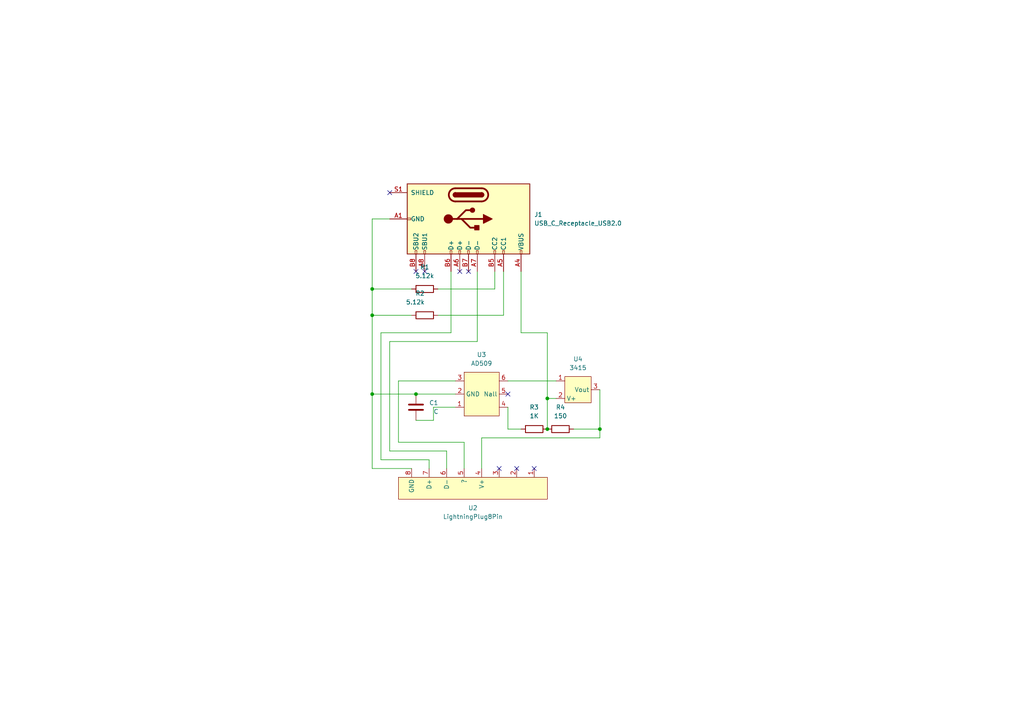
<source format=kicad_sch>
(kicad_sch (version 20211123) (generator eeschema)
  (paper "A4")
  (lib_symbols
    (symbol "Connector:USB_C_Receptacle_USB2.0" (pin_names (offset 1.016))
      (property "Reference" "J" (at -10.16 19.05 0))
      (property "Value" "USB_C_Receptacle_USB2.0" (at 19.05 19.05 0))
      (symbol "USB_C_Receptacle_USB2.0_0_0"
        (rectangle (start -0.254 -17.78) (end 0.254 -16.764))
        (rectangle (start 10.16 -14.986) (end 9.144 -15.494))
        (rectangle (start 10.16 -12.446) (end 9.144 -12.954))
        (rectangle (start 10.16 -4.826) (end 9.144 -5.334))
        (rectangle (start 10.16 -2.286) (end 9.144 -2.794))
        (rectangle (start 10.16 0.254) (end 9.144 -0.254))
        (rectangle (start 10.16 2.794) (end 9.144 2.286))
        (rectangle (start 10.16 7.874) (end 9.144 7.366))
        (rectangle (start 10.16 10.414) (end 9.144 9.906))
        (rectangle (start 10.16 15.494) (end 9.144 14.986))
      )
      (symbol "USB_C_Receptacle_USB2.0_0_1"
        (rectangle (start -10.16 17.78) (end 10.16 -17.78) (stroke (width 0.254)) (fill (type background)))
        (arc (start -8.89 -3.81) (mid -6.985 -5.715) (end -5.08 -3.81) (stroke (width 0.508)))
        (arc (start -7.62 -3.81) (mid -6.985 -4.445) (end -6.35 -3.81) (stroke (width 0.254)))
        (arc (start -7.62 -3.81) (mid -6.985 -4.445) (end -6.35 -3.81) (stroke (width 0.254)) (fill (type outline)))
        (rectangle (start -7.62 -3.81) (end -6.35 3.81) (stroke (width 0.254)) (fill (type outline)))
        (arc (start -6.35 3.81) (mid -6.985 4.445) (end -7.62 3.81) (stroke (width 0.254)))
        (arc (start -6.35 3.81) (mid -6.985 4.445) (end -7.62 3.81) (stroke (width 0.254)) (fill (type outline)))
        (arc (start -5.08 3.81) (mid -6.985 5.715) (end -8.89 3.81) (stroke (width 0.508)))
        (circle (center -2.54 1.143) (radius 0.635) (stroke (width 0.254)) (fill (type outline)))
        (circle (center 0 -5.842) (radius 1.27) (fill (type outline)))
        (polyline (pts (xy -8.89 -3.81) (xy -8.89 3.81)) (stroke (width 0.508)))
        (polyline (pts (xy -5.08 3.81) (xy -5.08 -3.81)) (stroke (width 0.508)))
        (polyline (pts (xy 0 -5.842) (xy 0 4.318)) (stroke (width 0.508)))
        (polyline (pts (xy 0 -3.302) (xy -2.54 -0.762) (xy -2.54 0.508)) (stroke (width 0.508)))
        (polyline (pts (xy 0 -2.032) (xy 2.54 0.508) (xy 2.54 1.778)) (stroke (width 0.508)))
        (polyline (pts (xy -1.27 4.318) (xy 0 6.858) (xy 1.27 4.318) (xy -1.27 4.318)) (stroke (width 0.254)) (fill (type outline)))
        (rectangle (start 1.905 1.778) (end 3.175 3.048) (stroke (width 0.254)) (fill (type outline)))
      )
      (symbol "USB_C_Receptacle_USB2.0_1_1"
        (pin passive line (at 0 -22.86 90) (length 5.08) (name "GND") (number "A1"))
        (pin passive line (at 0 -22.86 90) (length 5.08) hide (name "GND") (number "A12"))
        (pin passive line (at 15.24 15.24 180) (length 5.08) (name "VBUS") (number "A4"))
        (pin bidirectional line (at 15.24 10.16 180) (length 5.08) (name "CC1") (number "A5"))
        (pin bidirectional line (at 15.24 -2.54 180) (length 5.08) (name "D+") (number "A6"))
        (pin bidirectional line (at 15.24 2.54 180) (length 5.08) (name "D-") (number "A7"))
        (pin bidirectional line (at 15.24 -12.7 180) (length 5.08) (name "SBU1") (number "A8"))
        (pin passive line (at 15.24 15.24 180) (length 5.08) hide (name "VBUS") (number "A9"))
        (pin passive line (at 0 -22.86 90) (length 5.08) hide (name "GND") (number "B1"))
        (pin passive line (at 0 -22.86 90) (length 5.08) hide (name "GND") (number "B12"))
        (pin passive line (at 15.24 15.24 180) (length 5.08) hide (name "VBUS") (number "B4"))
        (pin bidirectional line (at 15.24 7.62 180) (length 5.08) (name "CC2") (number "B5"))
        (pin bidirectional line (at 15.24 -5.08 180) (length 5.08) (name "D+") (number "B6"))
        (pin bidirectional line (at 15.24 0 180) (length 5.08) (name "D-") (number "B7"))
        (pin bidirectional line (at 15.24 -15.24 180) (length 5.08) (name "SBU2") (number "B8"))
        (pin passive line (at 15.24 15.24 180) (length 5.08) hide (name "VBUS") (number "B9"))
        (pin passive line (at -7.62 -22.86 90) (length 5.08) (name "SHIELD") (number "S1"))
      )
    )
    (symbol "Device:C" (pin_numbers hide) (pin_names (offset 0.254))
      (property "Reference" "C" (at 0.635 2.54 0))
      (property "Value" "C" (at 0.635 -2.54 0))
      (symbol "C_0_1"
        (polyline (pts (xy -2.032 -0.762) (xy 2.032 -0.762)) (stroke (width 0.508)))
        (polyline (pts (xy -2.032 0.762) (xy 2.032 0.762)) (stroke (width 0.508)))
      )
      (symbol "C_1_1"
        (pin passive line (at 0 3.81 270) (length 2.794) (name "~") (number "1"))
        (pin passive line (at 0 -3.81 90) (length 2.794) (name "~") (number "2"))
      )
    )
    (symbol "Device:R" (pin_numbers hide) (pin_names (offset 0))
      (property "Reference" "R" (at 2.032 0 90))
      (property "Value" "R" (at 0 0 90))
      (symbol "R_0_1"
        (rectangle (start -1.016 -2.54) (end 1.016 2.54) (stroke (width 0.254)))
      )
      (symbol "R_1_1"
        (pin passive line (at 0 3.81 270) (length 1.27) (name "~") (number "1"))
        (pin passive line (at 0 -3.81 90) (length 1.27) (name "~") (number "2"))
      )
    )
    (symbol "LightningMFI:3415"
      (property "Reference" "U" (at 0 0 0))
      (property "Value" "3415" (at 0 2.54 0))
      (symbol "3415_0_1"
        (rectangle (start -3.81 -2.54) (end 3.81 -10.16) (fill (type background)))
      )
      (symbol "3415_1_1"
        (pin input line (at -6.35 -3.81 0) (length 2.54) (name "") (number "1"))
        (pin input line (at -6.35 -8.89 0) (length 2.54) (name "V+") (number "2"))
        (pin input line (at 6.35 -6.35 180) (length 2.54) (name "Vout") (number "3"))
      )
    )
    (symbol "LightningMFI:AD509"
      (property "Reference" "U" (at 0 -1.27 0))
      (property "Value" "AD509" (at 0 1.27 0))
      (symbol "AD509_0_1"
        (rectangle (start 5.08 -2.54) (end -5.08 -15.24) (fill (type background)))
      )
      (symbol "AD509_1_1"
        (pin input line (at -7.67 -12.7 0) (length 2.54) (name "") (number "1"))
        (pin input line (at -7.62 -8.89 0) (length 2.54) (name "GND") (number "2"))
        (pin input line (at -7.62 -5.08 0) (length 2.54) (name "") (number "3"))
        (pin input line (at 7.62 -12.7 180) (length 2.54) (name "") (number "4"))
        (pin input line (at 7.62 -8.89 180) (length 2.54) (name "Nall") (number "5"))
        (pin input line (at 7.62 -5.08 180) (length 2.54) (name "") (number "6"))
      )
    )
    (symbol "LightningPlug8Pin_1"
      (property "Reference" "U" (at 0 0 0))
      (property "Value" "LightningPlug8Pin_1" (at 0 2.54 0))
      (symbol "LightningPlug8Pin_1_0_1"
        (rectangle (start -21.59 -11.43) (end 21.59 -17.78) (fill (type background)))
      )
      (symbol "LightningPlug8Pin_1_1_1"
        (pin input line (at 17.78 -8.89 270) (length 2.54) (name "") (number "1"))
        (pin input line (at 12.7 -8.89 270) (length 2.54) (name "") (number "2"))
        (pin input line (at 7.62 -8.89 270) (length 2.54) (name "") (number "3"))
        (pin input line (at 2.54 -8.89 270) (length 2.54) (name "V+") (number "4"))
        (pin input line (at -2.54 -8.89 270) (length 2.54) (name "?") (number "5"))
        (pin input line (at -7.62 -8.89 270) (length 2.54) (name "D-") (number "6"))
        (pin input line (at -12.7 -8.89 270) (length 2.54) (name "D+") (number "7"))
        (pin input line (at -17.78 -8.89 270) (length 2.54) (name "GND") (number "8"))
      )
    )
  )
  (junction (at 107.95 91.44))
  (junction (at 107.95 114.3))
  (junction (at 158.75 115.57))
  (junction (at 173.99 124.46))
  (junction (at 107.95 83.82))
  (junction (at 158.75 124.46))
  (junction (at 120.65 114.3))
  (no_connect (at 135.89 78.74))
  (no_connect (at 154.94 135.89))
  (no_connect (at 113.03 55.88))
  (no_connect (at 149.86 135.89))
  (no_connect (at 123.19 78.74))
  (no_connect (at 133.35 78.74))
  (no_connect (at 144.78 135.89))
  (no_connect (at 120.65 78.74))
  (no_connect (at 147.32 114.3))
  (wire (pts (xy 139.7 127) (xy 139.7 135.89)))
  (wire (pts (xy 127 83.82) (xy 143.51 83.82)))
  (wire (pts (xy 124.46 133.35) (xy 124.46 135.89)))
  (wire (pts (xy 107.95 91.44) (xy 107.95 114.3)))
  (wire (pts (xy 173.99 124.46) (xy 173.99 127)))
  (wire (pts (xy 120.65 121.92) (xy 125.73 121.92)))
  (wire (pts (xy 151.13 96.52) (xy 151.13 78.74)))
  (wire (pts (xy 151.13 124.46) (xy 147.32 124.46)))
  (wire (pts (xy 113.03 99.06) (xy 138.43 99.06)))
  (wire (pts (xy 113.03 130.81) (xy 113.03 99.06)))
  (wire (pts (xy 107.95 83.82) (xy 107.95 91.44)))
  (wire (pts (xy 107.95 83.82) (xy 119.38 83.82)))
  (wire (pts (xy 147.32 124.46) (xy 147.32 118.11)))
  (wire (pts (xy 127 91.44) (xy 146.05 91.44)))
  (wire (pts (xy 138.43 78.74) (xy 138.43 99.06)))
  (wire (pts (xy 166.37 124.46) (xy 173.99 124.46)))
  (wire (pts (xy 173.99 113.03) (xy 173.99 124.46)))
  (wire (pts (xy 107.95 63.5) (xy 113.03 63.5)))
  (wire (pts (xy 107.95 114.3) (xy 107.95 135.89)))
  (wire (pts (xy 132.08 110.49) (xy 115.57 110.49)))
  (wire (pts (xy 158.75 115.57) (xy 158.75 124.46)))
  (wire (pts (xy 110.49 96.52) (xy 130.81 96.52)))
  (wire (pts (xy 107.95 135.89) (xy 119.38 135.89)))
  (wire (pts (xy 110.49 96.52) (xy 110.49 133.35)))
  (wire (pts (xy 134.62 128.27) (xy 134.62 135.89)))
  (wire (pts (xy 158.75 96.52) (xy 158.75 115.57)))
  (wire (pts (xy 158.75 115.57) (xy 161.29 115.57)))
  (wire (pts (xy 143.51 83.82) (xy 143.51 78.74)))
  (wire (pts (xy 125.73 118.11) (xy 125.73 121.92)))
  (wire (pts (xy 115.57 128.27) (xy 134.62 128.27)))
  (wire (pts (xy 158.75 96.52) (xy 151.13 96.52)))
  (wire (pts (xy 129.54 130.81) (xy 113.03 130.81)))
  (wire (pts (xy 130.81 78.74) (xy 130.81 96.52)))
  (wire (pts (xy 147.32 110.49) (xy 161.29 110.49)))
  (wire (pts (xy 120.65 114.3) (xy 132.08 114.3)))
  (wire (pts (xy 115.57 110.49) (xy 115.57 128.27)))
  (wire (pts (xy 107.95 91.44) (xy 119.38 91.44)))
  (wire (pts (xy 173.99 127) (xy 139.7 127)))
  (wire (pts (xy 146.05 78.74) (xy 146.05 91.44)))
  (wire (pts (xy 129.54 130.81) (xy 129.54 135.89)))
  (wire (pts (xy 107.95 114.3) (xy 120.65 114.3)))
  (wire (pts (xy 125.73 118.11) (xy 132.03 118.11)))
  (wire (pts (xy 110.49 133.35) (xy 124.46 133.35)))
  (wire (pts (xy 107.95 63.5) (xy 107.95 83.82)))
  (symbol (lib_id "Device:R") (at 154.94 124.46 90) (unit 1)
    (property "Reference" "R3" (at 154.94 118.11 90))
    (property "Value" "1K" (at 154.94 120.65 90))
    (property "Footprint" "Resistor_SMD:R_0402_1005Metric_Pad0.72x0.64mm_HandSolder" (effects hide))
  )
  (symbol (lib_name "LightningPlug8Pin_1") (lib_id "LightningMFI:LightningPlug8Pin") (at 137.16 127 0) (unit 1)
    (property "Reference" "U2" (at 137.16 147.32 0))
    (property "Value" "LightningPlug8Pin" (at 137.16 149.86 0))
    (property "Footprint" "TypeCtoLightning:Lightning" (effects hide))
  )
  (symbol (lib_id "Connector:USB_C_Receptacle_USB2.0") (at 135.89 63.5 270) (unit 1)
    (property "Reference" "J1" (at 154.94 62.2299 90) (effects (justify left)))
    (property "Value" "USB_C_Receptacle_USB2.0" (at 154.94 64.7699 90) (effects (justify left)))
    (property "Footprint" "Connector_USB:USB_C_Receptacle_Palconn_UTC16-G" (effects hide))
    (property "Datasheet" "https://www.usb.org/sites/default/files/documents/usb_type-c.zip" (effects hide))
  )
  (symbol (lib_id "Device:R") (at 162.56 124.46 90) (unit 1)
    (property "Reference" "R4" (at 162.56 118.11 90))
    (property "Value" "150" (at 162.56 120.65 90))
    (property "Footprint" "Resistor_SMD:R_0402_1005Metric_Pad0.72x0.64mm_HandSolder" (effects hide))
  )
  (symbol (lib_id "Device:C") (at 120.65 118.11 0) (unit 1)
    (property "Reference" "C1" (at 124.46 116.8399 0) (effects (justify left)))
    (property "Value" "C" (at 125.73 119.3799 0) (effects (justify left)))
    (property "Footprint" "Capacitor_SMD:C_0402_1005Metric_Pad0.74x0.62mm_HandSolder" (effects hide))
  )
  (symbol (lib_id "LightningMFI:AD509") (at 139.7 105.41 0) (unit 1)
    (property "Reference" "U3" (at 139.675 102.87 0))
    (property "Value" "AD509" (at 139.675 105.41 0))
    (property "Footprint" "TypeCtoLightning:USBTypeCtoLightinngMosfet" (effects hide))
  )
  (symbol (lib_id "Device:R") (at 123.19 83.82 90) (unit 1)
    (property "Reference" "R1" (at 123.19 77.47 90))
    (property "Value" "5.12k" (at 123.19 80.01 90))
    (property "Footprint" "C_0402_1005Metric" (effects hide))
  )
  (symbol (lib_id "Device:R") (at 123.19 91.44 90) (unit 1)
    (property "Reference" "R2" (at 123.19 85.09 90) (effects (justify left)))
    (property "Value" "5.12k" (at 123.19 87.63 90) (effects (justify left)))
    (property "Footprint" "Resistor_SMD:R_0402_1005Metric_Pad0.72x0.64mm_HandSolder" (effects hide))
  )
  (symbol (lib_id "LightningMFI:3415") (at 167.64 106.68 0) (unit 1)
    (property "Reference" "U4" (at 167.64 104.14 0))
    (property "Value" "3415" (at 167.64 106.68 0))
    (property "Footprint" "TypeCtoLightning:USBTypeCtoLightning3415" (effects hide))
  )
)
</source>
